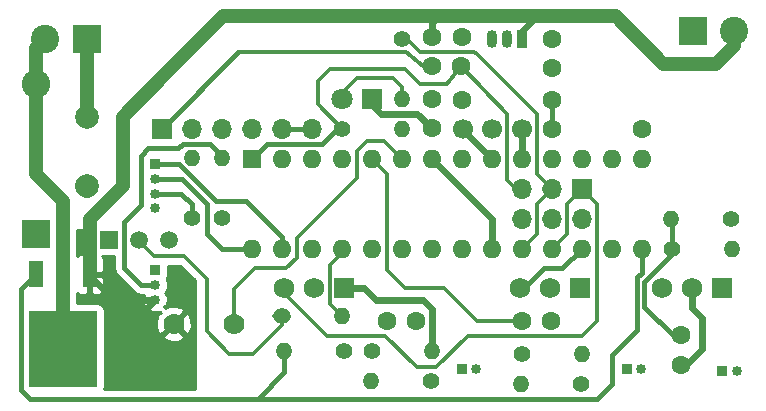
<source format=gbl>
G04 #@! TF.FileFunction,Copper,L2,Bot,Signal*
%FSLAX46Y46*%
G04 Gerber Fmt 4.6, Leading zero omitted, Abs format (unit mm)*
G04 Created by KiCad (PCBNEW 4.0.7) date 06/15/19 11:12:25*
%MOMM*%
%LPD*%
G01*
G04 APERTURE LIST*
%ADD10C,0.100000*%
%ADD11R,1.600000X1.600000*%
%ADD12O,1.600000X1.600000*%
%ADD13R,2.400000X2.400000*%
%ADD14C,2.400000*%
%ADD15C,1.700000*%
%ADD16O,2.400000X2.400000*%
%ADD17C,1.750000*%
%ADD18R,1.750000X1.750000*%
%ADD19C,1.778000*%
%ADD20C,1.400000*%
%ADD21O,1.400000X1.400000*%
%ADD22C,1.600000*%
%ADD23R,1.800000X1.800000*%
%ADD24C,1.800000*%
%ADD25R,0.850000X0.850000*%
%ADD26C,0.850000*%
%ADD27O,0.900000X1.500000*%
%ADD28R,0.900000X1.500000*%
%ADD29R,1.700000X1.700000*%
%ADD30O,1.700000X1.700000*%
%ADD31C,2.000000*%
%ADD32R,1.200000X2.200000*%
%ADD33R,5.800000X6.400000*%
%ADD34R,2.750000X3.050000*%
%ADD35C,1.520000*%
%ADD36R,1.520000X1.520000*%
%ADD37C,0.304800*%
%ADD38C,0.406400*%
%ADD39C,0.609600*%
%ADD40C,1.200000*%
%ADD41C,2.032000*%
%ADD42C,0.254000*%
G04 APERTURE END LIST*
D10*
D11*
X57658000Y-98425000D03*
D12*
X90678000Y-106045000D03*
X60198000Y-98425000D03*
X88138000Y-106045000D03*
X62738000Y-98425000D03*
X85598000Y-106045000D03*
X65278000Y-98425000D03*
X83058000Y-106045000D03*
X67818000Y-98425000D03*
X80518000Y-106045000D03*
X70358000Y-98425000D03*
X77978000Y-106045000D03*
X72898000Y-98425000D03*
X75438000Y-106045000D03*
X75438000Y-98425000D03*
X72898000Y-106045000D03*
X77978000Y-98425000D03*
X70358000Y-106045000D03*
X80518000Y-98425000D03*
X67818000Y-106045000D03*
X83058000Y-98425000D03*
X65278000Y-106045000D03*
X85598000Y-98425000D03*
X62738000Y-106045000D03*
X88138000Y-98425000D03*
X60198000Y-106045000D03*
X90678000Y-98425000D03*
X57658000Y-106045000D03*
D13*
X94998000Y-87630000D03*
D14*
X98498000Y-87630000D03*
D13*
X43688000Y-88265000D03*
D14*
X40188000Y-88265000D03*
D15*
X80518000Y-95885000D03*
X78018000Y-95885000D03*
X75518000Y-95885000D03*
D13*
X39370000Y-104775000D03*
D16*
X39370000Y-92075000D03*
D17*
X92418000Y-109365000D03*
X94958000Y-109365000D03*
D18*
X97498000Y-109365000D03*
D19*
X51054000Y-112395000D03*
X56134000Y-112395000D03*
D20*
X93258000Y-106045000D03*
D21*
X98338000Y-106045000D03*
D20*
X80558000Y-114935000D03*
D21*
X85638000Y-114935000D03*
D20*
X98258000Y-103505000D03*
D21*
X93178000Y-103505000D03*
D20*
X85558000Y-117475000D03*
D21*
X80478000Y-117475000D03*
D22*
X83058000Y-88265000D03*
X83058000Y-90765000D03*
X75438000Y-88138000D03*
X72938000Y-88138000D03*
X80518000Y-112141000D03*
X83018000Y-112141000D03*
X93998000Y-113365000D03*
X93998000Y-115865000D03*
D23*
X67818000Y-93345000D03*
D24*
X65278000Y-93345000D03*
D25*
X97498000Y-116365000D03*
D26*
X98748000Y-116365000D03*
D27*
X79248000Y-88265000D03*
X77978000Y-88265000D03*
D28*
X80518000Y-88265000D03*
D25*
X49498000Y-98865000D03*
D26*
X49498000Y-100115000D03*
X49498000Y-101365000D03*
X49498000Y-102615000D03*
D22*
X72898000Y-93345000D03*
X72898000Y-95845000D03*
X72898000Y-90551000D03*
X75398000Y-90551000D03*
D20*
X65318000Y-95885000D03*
D21*
X70398000Y-95885000D03*
D22*
X69088000Y-112141000D03*
X71588000Y-112141000D03*
D20*
X72858000Y-117221000D03*
D21*
X67778000Y-117221000D03*
D20*
X67858000Y-114681000D03*
D21*
X72938000Y-114681000D03*
D17*
X80418000Y-109365000D03*
X82958000Y-109365000D03*
D18*
X85498000Y-109365000D03*
D17*
X60418000Y-109365000D03*
X62958000Y-109365000D03*
D18*
X65498000Y-109365000D03*
D20*
X52578000Y-103465000D03*
D21*
X52578000Y-98385000D03*
D20*
X55118000Y-103465000D03*
D21*
X55118000Y-98385000D03*
D29*
X50038000Y-95885000D03*
D30*
X52578000Y-95885000D03*
X55118000Y-95885000D03*
X57658000Y-95885000D03*
X60198000Y-95885000D03*
X62738000Y-95885000D03*
D31*
X43688000Y-100690000D03*
X43688000Y-94890000D03*
D25*
X49498000Y-107865000D03*
D26*
X49498000Y-109115000D03*
X49498000Y-110365000D03*
D25*
X75438000Y-116205000D03*
D26*
X76688000Y-116205000D03*
D25*
X89408000Y-116205000D03*
D26*
X90658000Y-116205000D03*
D20*
X70358000Y-88305000D03*
D21*
X70358000Y-93385000D03*
D22*
X83058000Y-93472000D03*
X75438000Y-93472000D03*
X83058000Y-95885000D03*
X90678000Y-95885000D03*
D20*
X65492000Y-114681000D03*
D21*
X60412000Y-114681000D03*
D20*
X60238000Y-111760000D03*
D21*
X65318000Y-111760000D03*
D32*
X39376000Y-108195000D03*
X43936000Y-108195000D03*
D33*
X41656000Y-114495000D03*
D34*
X43181000Y-116170000D03*
X40131000Y-112820000D03*
X40131000Y-116170000D03*
X43181000Y-112820000D03*
D35*
X48133000Y-105283000D03*
X50673000Y-105283000D03*
D36*
X45593000Y-105283000D03*
D29*
X85598000Y-100965000D03*
D30*
X85598000Y-103505000D03*
X83058000Y-100965000D03*
X83058000Y-103505000D03*
X80518000Y-100965000D03*
X80518000Y-103505000D03*
D37*
X80518000Y-100965000D02*
X80010000Y-100965000D01*
X80010000Y-100965000D02*
X79248000Y-100203000D01*
X79248000Y-100203000D02*
X79248000Y-94655000D01*
X79248000Y-94655000D02*
X75398000Y-90551000D01*
X65532000Y-90805000D02*
X64262000Y-90805000D01*
X70612000Y-90805000D02*
X65532000Y-90805000D01*
X71882000Y-92075000D02*
X70612000Y-90805000D01*
X74168000Y-92075000D02*
X71882000Y-92075000D01*
X75398000Y-90591000D02*
X74168000Y-92075000D01*
X63246000Y-93813000D02*
X65318000Y-95885000D01*
X63246000Y-91821000D02*
X63246000Y-93813000D01*
X64262000Y-90805000D02*
X63246000Y-91821000D01*
X75398000Y-90551000D02*
X75398000Y-90591000D01*
D38*
X65318000Y-95885000D02*
X64897000Y-95885000D01*
X64897000Y-95885000D02*
X63627000Y-97155000D01*
X58928000Y-97155000D02*
X57658000Y-98425000D01*
X63627000Y-97155000D02*
X58928000Y-97155000D01*
X75438000Y-90424000D02*
X75438000Y-90297000D01*
X62738000Y-95885000D02*
X60198000Y-95885000D01*
D39*
X93998000Y-115865000D02*
X94447000Y-115865000D01*
X94447000Y-115865000D02*
X95758000Y-114554000D01*
X94958000Y-111087000D02*
X94958000Y-109365000D01*
X95758000Y-111887000D02*
X94958000Y-111087000D01*
X95758000Y-114554000D02*
X95758000Y-111887000D01*
X74168000Y-86365000D02*
X73528000Y-86365000D01*
X72938000Y-86955000D02*
X72938000Y-88138000D01*
X73528000Y-86365000D02*
X72938000Y-86955000D01*
X80518000Y-88265000D02*
X80518000Y-87630000D01*
X80518000Y-87630000D02*
X81783000Y-86365000D01*
D40*
X98498000Y-87630000D02*
X98498000Y-88865000D01*
X88498000Y-86365000D02*
X81783000Y-86365000D01*
X81783000Y-86365000D02*
X74168000Y-86365000D01*
X92498000Y-90365000D02*
X88498000Y-86365000D01*
X96998000Y-90365000D02*
X92498000Y-90365000D01*
X98498000Y-88865000D02*
X96998000Y-90365000D01*
D39*
X43936000Y-108195000D02*
X43936000Y-108325000D01*
X43936000Y-108325000D02*
X45976000Y-110365000D01*
X45976000Y-110365000D02*
X49498000Y-110365000D01*
D40*
X43936000Y-108195000D02*
X43936000Y-103511000D01*
X43936000Y-103511000D02*
X46736000Y-100711000D01*
X46736000Y-100711000D02*
X46736000Y-94869000D01*
D39*
X67818000Y-93345000D02*
X67818000Y-93853000D01*
X67818000Y-93853000D02*
X68580000Y-94615000D01*
X71668000Y-94615000D02*
X72898000Y-95845000D01*
X68580000Y-94615000D02*
X71668000Y-94615000D01*
X72938000Y-95885000D02*
X72898000Y-95845000D01*
D40*
X55240000Y-86365000D02*
X50165000Y-91440000D01*
X74168000Y-86365000D02*
X55240000Y-86365000D01*
X46736000Y-94869000D02*
X50165000Y-91440000D01*
D38*
X70231000Y-106172000D02*
X70358000Y-106045000D01*
X52578000Y-98385000D02*
X52578000Y-98679000D01*
D37*
X65278000Y-106045000D02*
X65278000Y-106426000D01*
X65278000Y-106426000D02*
X64262000Y-107442000D01*
X64262000Y-107442000D02*
X64262000Y-110704000D01*
X64262000Y-110704000D02*
X65318000Y-111760000D01*
D38*
X83058000Y-95885000D02*
X83058000Y-94615000D01*
X83058000Y-94615000D02*
X83058000Y-93472000D01*
X49498000Y-98865000D02*
X51494000Y-98865000D01*
X60198000Y-105029000D02*
X60198000Y-106045000D01*
X57150000Y-101981000D02*
X60198000Y-105029000D01*
X54610000Y-101981000D02*
X57150000Y-101981000D01*
X51494000Y-98865000D02*
X54610000Y-101981000D01*
X49498000Y-100115000D02*
X51728000Y-100115000D01*
X55118000Y-106045000D02*
X57658000Y-106045000D01*
X53848000Y-104775000D02*
X55118000Y-106045000D01*
X53848000Y-102235000D02*
X53848000Y-104775000D01*
X51728000Y-100115000D02*
X53848000Y-102235000D01*
X60412000Y-114681000D02*
X60412000Y-116499000D01*
X60412000Y-116499000D02*
X58166000Y-118745000D01*
X48133000Y-118745000D02*
X38862000Y-118745000D01*
X63754000Y-118745000D02*
X58166000Y-118745000D01*
X58166000Y-118745000D02*
X48133000Y-118745000D01*
X38100000Y-109471000D02*
X39376000Y-108195000D01*
X38100000Y-117983000D02*
X38100000Y-109471000D01*
X38862000Y-118745000D02*
X38100000Y-117983000D01*
X90678000Y-107315000D02*
X90678000Y-108077000D01*
X90678000Y-107315000D02*
X90678000Y-106045000D01*
X90297000Y-112903000D02*
X88138000Y-115062000D01*
X90297000Y-108458000D02*
X90297000Y-112903000D01*
X90678000Y-108077000D02*
X90297000Y-108458000D01*
X88138000Y-115062000D02*
X88138000Y-117475000D01*
X86868000Y-118745000D02*
X88138000Y-117475000D01*
X63754000Y-118745000D02*
X86868000Y-118745000D01*
X93258000Y-106045000D02*
X93258000Y-103585000D01*
X93258000Y-103585000D02*
X93178000Y-103505000D01*
X93998000Y-113365000D02*
X93299000Y-113365000D01*
X93299000Y-113365000D02*
X90903402Y-110969402D01*
X90903402Y-110969402D02*
X90903402Y-108867598D01*
X90903402Y-108867598D02*
X93258000Y-106513000D01*
X93258000Y-106513000D02*
X93258000Y-106045000D01*
D37*
X56134000Y-112395000D02*
X56134000Y-109474000D01*
X68834000Y-96901000D02*
X70358000Y-98425000D01*
X67437000Y-96901000D02*
X68834000Y-96901000D01*
X66548000Y-97790000D02*
X67437000Y-96901000D01*
X66548000Y-100076000D02*
X66548000Y-97790000D01*
X61468000Y-105156000D02*
X66548000Y-100076000D01*
X61468000Y-106807000D02*
X61468000Y-105156000D01*
X60579000Y-107696000D02*
X61468000Y-106807000D01*
X57912000Y-107696000D02*
X60579000Y-107696000D01*
X56134000Y-109474000D02*
X57912000Y-107696000D01*
D38*
X70358000Y-98425000D02*
X70358000Y-98552000D01*
D37*
X75184000Y-110617000D02*
X73914000Y-109347000D01*
X75184000Y-110617000D02*
X76708000Y-112141000D01*
X80518000Y-112141000D02*
X76708000Y-112141000D01*
X69088000Y-99695000D02*
X67818000Y-98425000D01*
X69088000Y-107823000D02*
X69088000Y-99695000D01*
X70612000Y-109347000D02*
X69088000Y-107823000D01*
X73914000Y-109347000D02*
X70612000Y-109347000D01*
D38*
X65278000Y-98425000D02*
X65278000Y-98044000D01*
D37*
X70358000Y-88305000D02*
X70842500Y-88305000D01*
X70842500Y-88305000D02*
X71882000Y-89344500D01*
X81788000Y-99695000D02*
X81788000Y-94615000D01*
X81788000Y-94615000D02*
X79248000Y-92075000D01*
X83058000Y-100965000D02*
X81788000Y-99695000D01*
X76708000Y-89535000D02*
X79248000Y-92075000D01*
X76517500Y-89344500D02*
X76708000Y-89535000D01*
X71882000Y-89344500D02*
X76517500Y-89344500D01*
X70358000Y-88305000D02*
X70906000Y-88305000D01*
X83058000Y-100965000D02*
X81788000Y-102235000D01*
X81788000Y-104775000D02*
X80518000Y-106045000D01*
X81788000Y-102235000D02*
X81788000Y-104775000D01*
X85598000Y-113411000D02*
X75946000Y-113411000D01*
X85598000Y-113411000D02*
X86868000Y-112141000D01*
X86868000Y-112141000D02*
X86868000Y-102235000D01*
X85598000Y-100965000D02*
X86868000Y-102235000D01*
X64008000Y-113411000D02*
X60418000Y-109821000D01*
X68961000Y-113411000D02*
X64008000Y-113411000D01*
X71628000Y-116078000D02*
X68961000Y-113411000D01*
X73279000Y-116078000D02*
X71628000Y-116078000D01*
X75946000Y-113411000D02*
X73279000Y-116078000D01*
X60418000Y-109365000D02*
X60418000Y-109821000D01*
X85598000Y-100965000D02*
X84328000Y-102235000D01*
X84328000Y-104775000D02*
X83058000Y-106045000D01*
X84328000Y-102235000D02*
X84328000Y-104775000D01*
D38*
X60418000Y-109365000D02*
X60561000Y-109365000D01*
D39*
X72938000Y-114681000D02*
X72938000Y-111165000D01*
X67201000Y-109365000D02*
X65498000Y-109365000D01*
X68199000Y-110363000D02*
X67201000Y-109365000D01*
X72136000Y-110363000D02*
X68199000Y-110363000D01*
X72938000Y-111165000D02*
X72136000Y-110363000D01*
X77978000Y-106045000D02*
X77978000Y-103505000D01*
X77978000Y-103505000D02*
X72898000Y-98425000D01*
D37*
X65278000Y-93345000D02*
X65278000Y-92837000D01*
X65278000Y-92837000D02*
X66548000Y-91567000D01*
X66548000Y-91567000D02*
X69596000Y-91567000D01*
X69596000Y-91567000D02*
X70358000Y-92329000D01*
X70358000Y-92329000D02*
X70358000Y-93385000D01*
X70398000Y-93305000D02*
X70358000Y-93305000D01*
D39*
X75518000Y-95885000D02*
X75518000Y-95965000D01*
X75518000Y-95965000D02*
X77978000Y-98425000D01*
X80518000Y-98425000D02*
X80518000Y-95885000D01*
D38*
X80754000Y-109365000D02*
X82423000Y-107696000D01*
X82423000Y-107696000D02*
X83947000Y-107696000D01*
X85598000Y-106045000D02*
X83947000Y-107696000D01*
X80418000Y-109365000D02*
X80754000Y-109365000D01*
X80418000Y-109365000D02*
X80418000Y-109882000D01*
D37*
X72898000Y-90551000D02*
X72136000Y-90551000D01*
X72136000Y-90551000D02*
X70739000Y-89408000D01*
X70739000Y-89408000D02*
X56515000Y-89408000D01*
X72938000Y-90591000D02*
X72938000Y-90424000D01*
D38*
X56515000Y-89408000D02*
X50038000Y-95885000D01*
X55118000Y-98385000D02*
X55118000Y-98171000D01*
X55118000Y-98171000D02*
X54102000Y-97155000D01*
X54102000Y-97155000D02*
X51816000Y-97155000D01*
X51816000Y-97155000D02*
X51435000Y-97536000D01*
X51435000Y-97536000D02*
X48895000Y-97536000D01*
X48895000Y-97536000D02*
X48260000Y-98171000D01*
X48260000Y-98171000D02*
X48260000Y-102362000D01*
X48260000Y-102362000D02*
X47879000Y-102743000D01*
X48282000Y-109115000D02*
X49498000Y-109115000D01*
X46863000Y-107696000D02*
X48282000Y-109115000D01*
X46863000Y-103759000D02*
X46863000Y-107696000D01*
X47879000Y-102743000D02*
X46863000Y-103759000D01*
D40*
X43688000Y-94890000D02*
X43688000Y-88265000D01*
D41*
X43688000Y-100690000D02*
X43709000Y-100690000D01*
X94998000Y-87630000D02*
X94998000Y-87505000D01*
D37*
X53848000Y-113030000D02*
X55753000Y-114935000D01*
X49403000Y-106680000D02*
X51943000Y-106680000D01*
X51943000Y-106680000D02*
X53848000Y-108585000D01*
X53848000Y-108585000D02*
X53848000Y-113030000D01*
X48133000Y-105410000D02*
X49403000Y-106680000D01*
X60238000Y-112482000D02*
X60238000Y-111760000D01*
X57785000Y-114935000D02*
X60238000Y-112482000D01*
X55753000Y-114935000D02*
X57785000Y-114935000D01*
X48133000Y-105283000D02*
X48133000Y-105410000D01*
X59563000Y-111760000D02*
X60238000Y-111760000D01*
D38*
X48133000Y-105283000D02*
X48260000Y-105283000D01*
X60579000Y-111720000D02*
X60579000Y-111506000D01*
X60579000Y-111720000D02*
X60746000Y-111720000D01*
X49498000Y-101365000D02*
X51708000Y-101365000D01*
X52578000Y-102235000D02*
X52578000Y-103465000D01*
X51708000Y-101365000D02*
X52578000Y-102235000D01*
D40*
X39370000Y-92075000D02*
X39370000Y-89083000D01*
X41656000Y-114495000D02*
X41656000Y-101981000D01*
X39370000Y-99695000D02*
X39370000Y-92075000D01*
X41656000Y-101981000D02*
X39370000Y-99695000D01*
D42*
G36*
X44185560Y-104523000D02*
X44185560Y-106043000D01*
X44229838Y-106278317D01*
X44346748Y-106460000D01*
X44221750Y-106460000D01*
X44063000Y-106618750D01*
X44063000Y-108068000D01*
X45012250Y-108068000D01*
X45171000Y-107909250D01*
X45171000Y-106968691D01*
X45074327Y-106735302D01*
X45029465Y-106690440D01*
X46024800Y-106690440D01*
X46024800Y-107696000D01*
X46088604Y-108016766D01*
X46270303Y-108288697D01*
X47689303Y-109707697D01*
X47961234Y-109889396D01*
X48282000Y-109953200D01*
X48517254Y-109953200D01*
X48424728Y-110237939D01*
X48457801Y-110658334D01*
X48555050Y-110893113D01*
X48762447Y-110920948D01*
X49318395Y-110365000D01*
X49304253Y-110350858D01*
X49480125Y-110174985D01*
X49487597Y-110174992D01*
X49498000Y-110185395D01*
X49508385Y-110175010D01*
X49515907Y-110175017D01*
X49691748Y-110350858D01*
X49677605Y-110365000D01*
X49691748Y-110379143D01*
X49512143Y-110558748D01*
X49498000Y-110544605D01*
X48942052Y-111100553D01*
X48969887Y-111307950D01*
X49370939Y-111438272D01*
X49791334Y-111405199D01*
X49891198Y-111363834D01*
X49867212Y-111387820D01*
X49981802Y-111502410D01*
X49726461Y-111587467D01*
X49518484Y-112156965D01*
X49544277Y-112762700D01*
X49726461Y-113202533D01*
X49981804Y-113287591D01*
X50874395Y-112395000D01*
X51233605Y-112395000D01*
X52126196Y-113287591D01*
X52381539Y-113202533D01*
X52589516Y-112633035D01*
X52563723Y-112027300D01*
X52381539Y-111587467D01*
X52126196Y-111502409D01*
X51233605Y-112395000D01*
X50874395Y-112395000D01*
X50860253Y-112380858D01*
X51039858Y-112201253D01*
X51054000Y-112215395D01*
X51946591Y-111322804D01*
X51861533Y-111067461D01*
X51292035Y-110859484D01*
X50686300Y-110885277D01*
X50340938Y-111028330D01*
X50233556Y-110920948D01*
X50440950Y-110893113D01*
X50571272Y-110492061D01*
X50538199Y-110071666D01*
X50440950Y-109836887D01*
X50294869Y-109817281D01*
X50396101Y-109716226D01*
X50557816Y-109326772D01*
X50558184Y-108905078D01*
X50450065Y-108643410D01*
X50519431Y-108541890D01*
X50570440Y-108290000D01*
X50570440Y-107467400D01*
X51616848Y-107467400D01*
X52871000Y-108721552D01*
X52871000Y-117906800D01*
X45160549Y-117906800D01*
X45203440Y-117695000D01*
X45203440Y-113467196D01*
X50161409Y-113467196D01*
X50246467Y-113722539D01*
X50815965Y-113930516D01*
X51421700Y-113904723D01*
X51861533Y-113722539D01*
X51946591Y-113467196D01*
X51054000Y-112574605D01*
X50161409Y-113467196D01*
X45203440Y-113467196D01*
X45203440Y-111295000D01*
X45159162Y-111059683D01*
X45020090Y-110843559D01*
X44807890Y-110698569D01*
X44556000Y-110647560D01*
X42891000Y-110647560D01*
X42891000Y-109748026D01*
X42976301Y-109833327D01*
X43209690Y-109930000D01*
X43650250Y-109930000D01*
X43809000Y-109771250D01*
X43809000Y-108322000D01*
X44063000Y-108322000D01*
X44063000Y-109771250D01*
X44221750Y-109930000D01*
X44662310Y-109930000D01*
X44895699Y-109833327D01*
X45074327Y-109654698D01*
X45171000Y-109421309D01*
X45171000Y-108480750D01*
X45012250Y-108322000D01*
X44063000Y-108322000D01*
X43809000Y-108322000D01*
X43789000Y-108322000D01*
X43789000Y-108068000D01*
X43809000Y-108068000D01*
X43809000Y-106618750D01*
X43650250Y-106460000D01*
X43209690Y-106460000D01*
X42976301Y-106556673D01*
X42891000Y-106641974D01*
X42891000Y-104492000D01*
X44191838Y-104492000D01*
X44185560Y-104523000D01*
X44185560Y-104523000D01*
G37*
X44185560Y-104523000D02*
X44185560Y-106043000D01*
X44229838Y-106278317D01*
X44346748Y-106460000D01*
X44221750Y-106460000D01*
X44063000Y-106618750D01*
X44063000Y-108068000D01*
X45012250Y-108068000D01*
X45171000Y-107909250D01*
X45171000Y-106968691D01*
X45074327Y-106735302D01*
X45029465Y-106690440D01*
X46024800Y-106690440D01*
X46024800Y-107696000D01*
X46088604Y-108016766D01*
X46270303Y-108288697D01*
X47689303Y-109707697D01*
X47961234Y-109889396D01*
X48282000Y-109953200D01*
X48517254Y-109953200D01*
X48424728Y-110237939D01*
X48457801Y-110658334D01*
X48555050Y-110893113D01*
X48762447Y-110920948D01*
X49318395Y-110365000D01*
X49304253Y-110350858D01*
X49480125Y-110174985D01*
X49487597Y-110174992D01*
X49498000Y-110185395D01*
X49508385Y-110175010D01*
X49515907Y-110175017D01*
X49691748Y-110350858D01*
X49677605Y-110365000D01*
X49691748Y-110379143D01*
X49512143Y-110558748D01*
X49498000Y-110544605D01*
X48942052Y-111100553D01*
X48969887Y-111307950D01*
X49370939Y-111438272D01*
X49791334Y-111405199D01*
X49891198Y-111363834D01*
X49867212Y-111387820D01*
X49981802Y-111502410D01*
X49726461Y-111587467D01*
X49518484Y-112156965D01*
X49544277Y-112762700D01*
X49726461Y-113202533D01*
X49981804Y-113287591D01*
X50874395Y-112395000D01*
X51233605Y-112395000D01*
X52126196Y-113287591D01*
X52381539Y-113202533D01*
X52589516Y-112633035D01*
X52563723Y-112027300D01*
X52381539Y-111587467D01*
X52126196Y-111502409D01*
X51233605Y-112395000D01*
X50874395Y-112395000D01*
X50860253Y-112380858D01*
X51039858Y-112201253D01*
X51054000Y-112215395D01*
X51946591Y-111322804D01*
X51861533Y-111067461D01*
X51292035Y-110859484D01*
X50686300Y-110885277D01*
X50340938Y-111028330D01*
X50233556Y-110920948D01*
X50440950Y-110893113D01*
X50571272Y-110492061D01*
X50538199Y-110071666D01*
X50440950Y-109836887D01*
X50294869Y-109817281D01*
X50396101Y-109716226D01*
X50557816Y-109326772D01*
X50558184Y-108905078D01*
X50450065Y-108643410D01*
X50519431Y-108541890D01*
X50570440Y-108290000D01*
X50570440Y-107467400D01*
X51616848Y-107467400D01*
X52871000Y-108721552D01*
X52871000Y-117906800D01*
X45160549Y-117906800D01*
X45203440Y-117695000D01*
X45203440Y-113467196D01*
X50161409Y-113467196D01*
X50246467Y-113722539D01*
X50815965Y-113930516D01*
X51421700Y-113904723D01*
X51861533Y-113722539D01*
X51946591Y-113467196D01*
X51054000Y-112574605D01*
X50161409Y-113467196D01*
X45203440Y-113467196D01*
X45203440Y-111295000D01*
X45159162Y-111059683D01*
X45020090Y-110843559D01*
X44807890Y-110698569D01*
X44556000Y-110647560D01*
X42891000Y-110647560D01*
X42891000Y-109748026D01*
X42976301Y-109833327D01*
X43209690Y-109930000D01*
X43650250Y-109930000D01*
X43809000Y-109771250D01*
X43809000Y-108322000D01*
X44063000Y-108322000D01*
X44063000Y-109771250D01*
X44221750Y-109930000D01*
X44662310Y-109930000D01*
X44895699Y-109833327D01*
X45074327Y-109654698D01*
X45171000Y-109421309D01*
X45171000Y-108480750D01*
X45012250Y-108322000D01*
X44063000Y-108322000D01*
X43809000Y-108322000D01*
X43789000Y-108322000D01*
X43789000Y-108068000D01*
X43809000Y-108068000D01*
X43809000Y-106618750D01*
X43650250Y-106460000D01*
X43209690Y-106460000D01*
X42976301Y-106556673D01*
X42891000Y-106641974D01*
X42891000Y-104492000D01*
X44191838Y-104492000D01*
X44185560Y-104523000D01*
M02*

</source>
